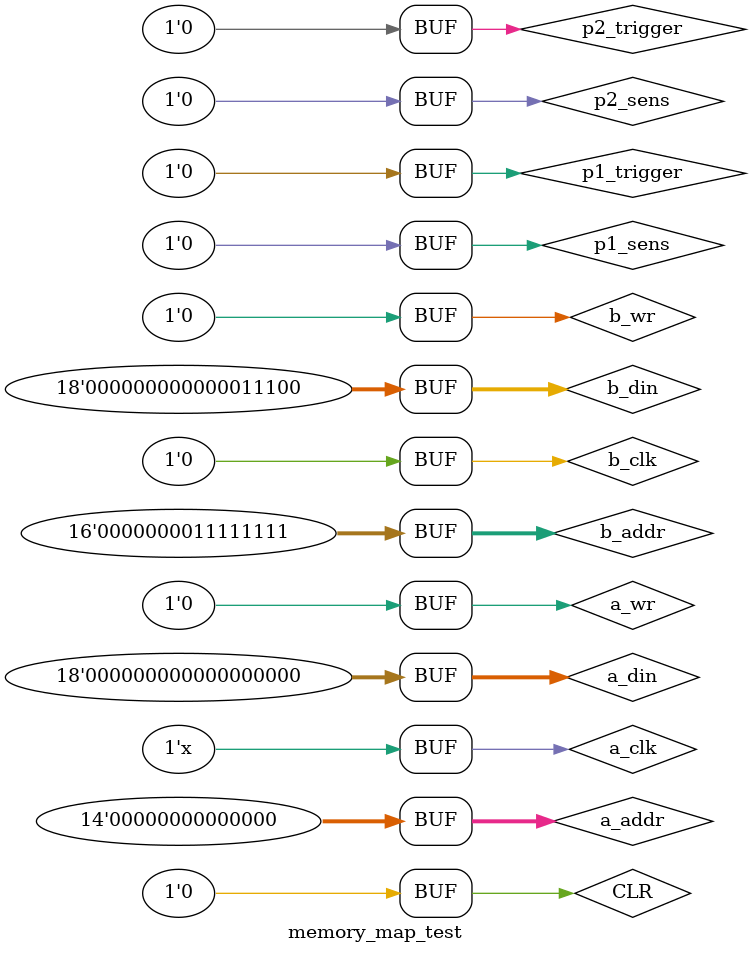
<source format=v>
`timescale 1ns / 1ps


module memory_map_test;

	// Inputs
	reg CLR;
	reg p1_trigger;
	reg p1_sens;
	reg p2_trigger;
	reg p2_sens;
	reg a_clk;
	reg a_wr;
	reg [13:0] a_addr;
	reg [17:0] a_din;
	reg b_clk;
	reg b_wr;
	reg [15:0] b_addr;
	reg [17:0] b_din;

	// Outputs
	wire p1_shot;
	wire p1_hit;
	wire p2_shot;
	wire p2_hit;
	wire [17:0] a_dout;
	wire [17:0] b_dout;
	wire [9:0]rand_out;



	// Instantiate the Unit Under Test (UUT)
	memory_map uut (
		.CLR(CLR), 
		.p1_trigger(p1_trigger), 
		.p1_sens(p1_sens), 
		.p2_trigger(p2_trigger), 
		.p2_sens(p2_sens), 
		.p1_shot(p1_shot), 
		.p1_hit(p1_hit), 
		.p2_shot(p2_shot), 
		.p2_hit(p2_hit), 
		.a_clk(a_clk), 
		.a_wr(a_wr), 
		.a_addr(a_addr), 
		.a_din(a_din), 
		.a_dout(a_dout), 
		.b_clk(b_clk), 
		.b_wr(b_wr), 
		.b_addr(b_addr), 
		.b_din(b_din), 
		.b_dout(b_dout),
		.rand_out(rand_out)
	);

	initial begin
		// Initialize Inputs
		CLR = 0;
		p1_trigger = 0;
		p1_sens = 0;
		p2_trigger = 0;
		p2_sens = 0;
		a_clk = 0;
		a_wr = 0;
		a_addr = 0;
		a_din = 0;
		b_clk = 0;
		b_wr = 0;
		b_addr = 0;
		b_din = 0;

	#100;		CLR = 1;
		#3 CLR = 0;
		
		p1_trigger = 1;
		#3p1_trigger = 0;
		
		b_addr = 16'h2008;
		#12;
		b_addr = 16'h2008;
		#12;
		b_addr = 16'h2008;
		#12;
		b_addr = 16'h2009;
		#12;
		b_addr = 16'h2009;
		#12;
		b_addr = 16'h2009;
		#12;
		b_addr = 16'h2010;
		#12;
		b_addr = 16'h2010;
		#12;
		b_addr = 16'h2010;
		#12;
		
		p1_trigger = 1;
		p1_sens = 1;
		b_din = 28;
		#12;
		b_addr = 16'hf0fd;
		#6;
		b_addr = 8'd10;
		p1_trigger = 0;
      #12;
		b_addr = 8'd254; 
		 #12;
		b_addr = 8'd255;
		p1_sens = 0;		
		 #12;
		b_addr = 8'd255; 
		// Add stimulus here

	end
	
	always
		#1 a_clk = ~a_clk;


      
endmodule


</source>
